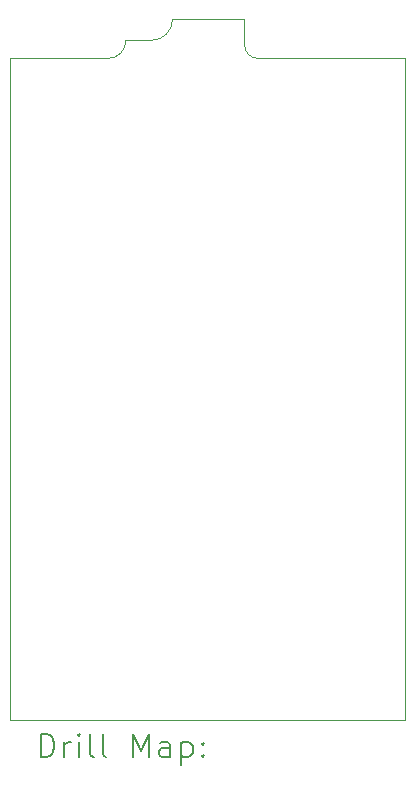
<source format=gbr>
%TF.GenerationSoftware,KiCad,Pcbnew,8.0.7+dfsg-2*%
%TF.CreationDate,2024-12-30T00:21:48+01:00*%
%TF.ProjectId,strobe-torch,7374726f-6265-42d7-946f-7263682e6b69,1.1*%
%TF.SameCoordinates,Original*%
%TF.FileFunction,Drillmap*%
%TF.FilePolarity,Positive*%
%FSLAX45Y45*%
G04 Gerber Fmt 4.5, Leading zero omitted, Abs format (unit mm)*
G04 Created by KiCad (PCBNEW 8.0.7+dfsg-2) date 2024-12-30 00:21:48*
%MOMM*%
%LPD*%
G01*
G04 APERTURE LIST*
%ADD10C,0.100000*%
%ADD11C,0.200000*%
G04 APERTURE END LIST*
D10*
X14008100Y-6946900D02*
X14224000Y-6946900D01*
X14008100Y-6946900D02*
G75*
G02*
X13855700Y-7099300I-152400J0D01*
G01*
X14401800Y-6769100D02*
G75*
G02*
X14224000Y-6946900I-177800J0D01*
G01*
X15125700Y-7099300D02*
G75*
G02*
X15011400Y-6985000I0J114300D01*
G01*
X15011400Y-6769100D02*
X15011400Y-6985000D01*
X13855700Y-7099300D02*
X13030200Y-7099300D01*
X16370300Y-7099300D02*
X15125700Y-7099300D01*
X16370300Y-12700000D02*
X16370300Y-7099300D01*
X13030200Y-7099300D02*
X13030200Y-12700000D01*
X14401800Y-6769100D02*
X15011400Y-6769100D01*
X13030200Y-12700000D02*
X16370300Y-12700000D01*
D11*
X13285977Y-13016484D02*
X13285977Y-12816484D01*
X13285977Y-12816484D02*
X13333596Y-12816484D01*
X13333596Y-12816484D02*
X13362167Y-12826008D01*
X13362167Y-12826008D02*
X13381215Y-12845055D01*
X13381215Y-12845055D02*
X13390739Y-12864103D01*
X13390739Y-12864103D02*
X13400262Y-12902198D01*
X13400262Y-12902198D02*
X13400262Y-12930769D01*
X13400262Y-12930769D02*
X13390739Y-12968865D01*
X13390739Y-12968865D02*
X13381215Y-12987912D01*
X13381215Y-12987912D02*
X13362167Y-13006960D01*
X13362167Y-13006960D02*
X13333596Y-13016484D01*
X13333596Y-13016484D02*
X13285977Y-13016484D01*
X13485977Y-13016484D02*
X13485977Y-12883150D01*
X13485977Y-12921246D02*
X13495501Y-12902198D01*
X13495501Y-12902198D02*
X13505024Y-12892674D01*
X13505024Y-12892674D02*
X13524072Y-12883150D01*
X13524072Y-12883150D02*
X13543120Y-12883150D01*
X13609786Y-13016484D02*
X13609786Y-12883150D01*
X13609786Y-12816484D02*
X13600262Y-12826008D01*
X13600262Y-12826008D02*
X13609786Y-12835531D01*
X13609786Y-12835531D02*
X13619310Y-12826008D01*
X13619310Y-12826008D02*
X13609786Y-12816484D01*
X13609786Y-12816484D02*
X13609786Y-12835531D01*
X13733596Y-13016484D02*
X13714548Y-13006960D01*
X13714548Y-13006960D02*
X13705024Y-12987912D01*
X13705024Y-12987912D02*
X13705024Y-12816484D01*
X13838358Y-13016484D02*
X13819310Y-13006960D01*
X13819310Y-13006960D02*
X13809786Y-12987912D01*
X13809786Y-12987912D02*
X13809786Y-12816484D01*
X14066929Y-13016484D02*
X14066929Y-12816484D01*
X14066929Y-12816484D02*
X14133596Y-12959341D01*
X14133596Y-12959341D02*
X14200262Y-12816484D01*
X14200262Y-12816484D02*
X14200262Y-13016484D01*
X14381215Y-13016484D02*
X14381215Y-12911722D01*
X14381215Y-12911722D02*
X14371691Y-12892674D01*
X14371691Y-12892674D02*
X14352643Y-12883150D01*
X14352643Y-12883150D02*
X14314548Y-12883150D01*
X14314548Y-12883150D02*
X14295501Y-12892674D01*
X14381215Y-13006960D02*
X14362167Y-13016484D01*
X14362167Y-13016484D02*
X14314548Y-13016484D01*
X14314548Y-13016484D02*
X14295501Y-13006960D01*
X14295501Y-13006960D02*
X14285977Y-12987912D01*
X14285977Y-12987912D02*
X14285977Y-12968865D01*
X14285977Y-12968865D02*
X14295501Y-12949817D01*
X14295501Y-12949817D02*
X14314548Y-12940293D01*
X14314548Y-12940293D02*
X14362167Y-12940293D01*
X14362167Y-12940293D02*
X14381215Y-12930769D01*
X14476453Y-12883150D02*
X14476453Y-13083150D01*
X14476453Y-12892674D02*
X14495501Y-12883150D01*
X14495501Y-12883150D02*
X14533596Y-12883150D01*
X14533596Y-12883150D02*
X14552643Y-12892674D01*
X14552643Y-12892674D02*
X14562167Y-12902198D01*
X14562167Y-12902198D02*
X14571691Y-12921246D01*
X14571691Y-12921246D02*
X14571691Y-12978388D01*
X14571691Y-12978388D02*
X14562167Y-12997436D01*
X14562167Y-12997436D02*
X14552643Y-13006960D01*
X14552643Y-13006960D02*
X14533596Y-13016484D01*
X14533596Y-13016484D02*
X14495501Y-13016484D01*
X14495501Y-13016484D02*
X14476453Y-13006960D01*
X14657405Y-12997436D02*
X14666929Y-13006960D01*
X14666929Y-13006960D02*
X14657405Y-13016484D01*
X14657405Y-13016484D02*
X14647882Y-13006960D01*
X14647882Y-13006960D02*
X14657405Y-12997436D01*
X14657405Y-12997436D02*
X14657405Y-13016484D01*
X14657405Y-12892674D02*
X14666929Y-12902198D01*
X14666929Y-12902198D02*
X14657405Y-12911722D01*
X14657405Y-12911722D02*
X14647882Y-12902198D01*
X14647882Y-12902198D02*
X14657405Y-12892674D01*
X14657405Y-12892674D02*
X14657405Y-12911722D01*
M02*

</source>
